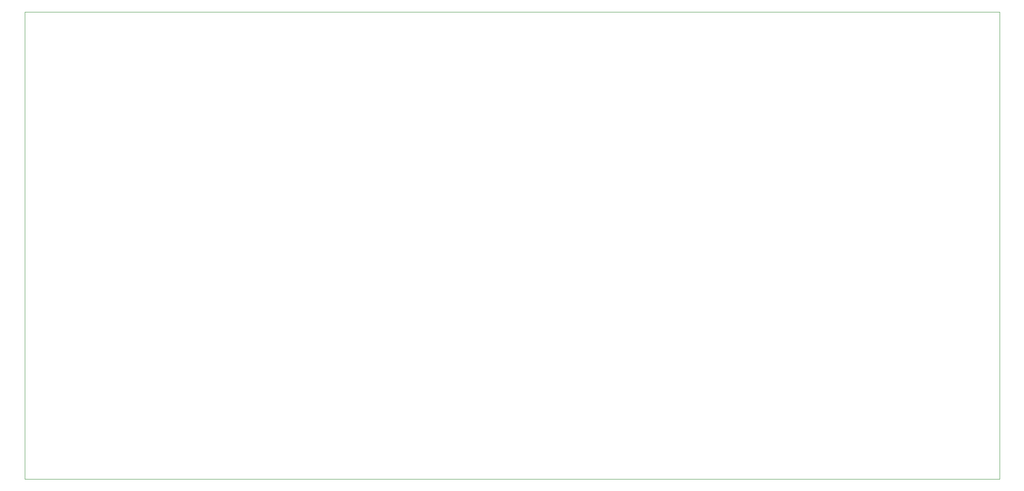
<source format=gm1>
G04 #@! TF.GenerationSoftware,KiCad,Pcbnew,7.0.6-0*
G04 #@! TF.CreationDate,2023-08-07T07:56:58+08:00*
G04 #@! TF.ProjectId,aes17_filter_25,61657331-375f-4666-996c-7465725f3235,rev?*
G04 #@! TF.SameCoordinates,Original*
G04 #@! TF.FileFunction,Profile,NP*
%FSLAX46Y46*%
G04 Gerber Fmt 4.6, Leading zero omitted, Abs format (unit mm)*
G04 Created by KiCad (PCBNEW 7.0.6-0) date 2023-08-07 07:56:58*
%MOMM*%
%LPD*%
G01*
G04 APERTURE LIST*
G04 #@! TA.AperFunction,Profile*
%ADD10C,0.100000*%
G04 #@! TD*
G04 APERTURE END LIST*
D10*
X48260000Y-45720000D02*
X241300000Y-45720000D01*
X241300000Y-138342077D01*
X48260000Y-138342077D01*
X48260000Y-45720000D01*
M02*

</source>
